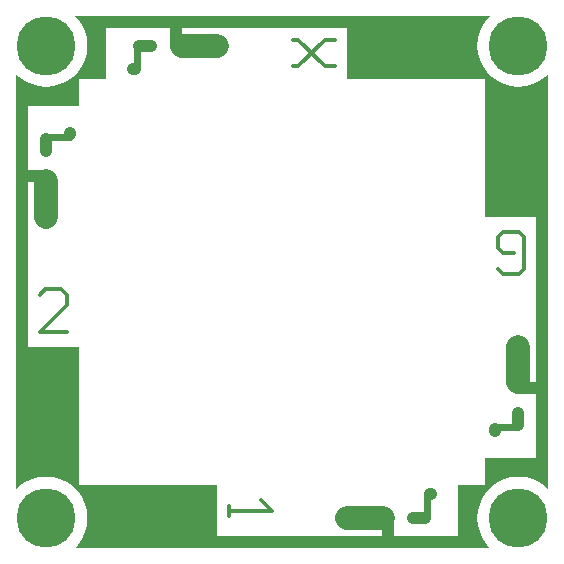
<source format=gbr>
G04 start of page 3 for group 1 idx 1 *
G04 Title: IrasCarrier, solder *
G04 Creator: pcb 1.99x *
G04 CreationDate: Di 16 Sep 2008 10:03:12 GMT UTC *
G04 For: stephan *
G04 Format: Gerber/RS-274X *
G04 PCB-Dimensions: 196850 196850 *
G04 PCB-Coordinate-Origin: lower left *
%MOIN*%
%FSLAX24Y24*%
%LNFRONT*%
%ADD11C,0.0200*%
%ADD12C,0.0394*%
%ADD13C,0.0236*%
%ADD14C,0.0787*%
%ADD15C,0.0141*%
%ADD16C,0.1968*%
%ADD17C,0.1260*%
G54D11*G36*
X2834Y16338D02*Y16647D01*
X2854Y16660D01*
X3024Y16830D01*
X3161Y17027D01*
X3263Y17245D01*
X3325Y17477D01*
X3346Y17716D01*
X3325Y17955D01*
X3263Y18187D01*
X3161Y18405D01*
X3024Y18602D01*
X2925Y18700D01*
X16759D01*
X16660Y18602D01*
X16523Y18405D01*
X16421Y18187D01*
X16359Y17955D01*
X16338Y17716D01*
X16359Y17477D01*
X16421Y17245D01*
X16523Y17027D01*
X16660Y16830D01*
X16830Y16660D01*
X17027Y16523D01*
X17086Y16495D01*
Y16338D01*
X16614D01*
Y16614D01*
X12007D01*
Y18307D01*
X3976D01*
Y16614D01*
X3070D01*
Y16338D01*
X2834D01*
G37*
G36*
X16850Y3346D02*Y3037D01*
X16830Y3024D01*
X16660Y2854D01*
X16523Y2657D01*
X16421Y2439D01*
X16359Y2207D01*
X16338Y1968D01*
X16359Y1729D01*
X16421Y1497D01*
X16523Y1279D01*
X16660Y1082D01*
X16759Y984D01*
X2925D01*
X3024Y1082D01*
X3161Y1279D01*
X3263Y1497D01*
X3325Y1729D01*
X3346Y1968D01*
X3325Y2207D01*
X3263Y2439D01*
X3161Y2657D01*
X3024Y2854D01*
X2854Y3024D01*
X2657Y3161D01*
X2598Y3189D01*
Y3346D01*
X3070D01*
Y3070D01*
X7677D01*
Y1378D01*
X15708D01*
Y3070D01*
X16614D01*
Y3346D01*
X16850D01*
G37*
G36*
X16338Y2834D02*Y3070D01*
X16614D01*
Y3976D01*
X18307D01*
Y12007D01*
X16614D01*
Y16614D01*
X16338D01*
Y17086D01*
X16495D01*
X16523Y17027D01*
X16660Y16830D01*
X16830Y16660D01*
X17027Y16523D01*
X17245Y16421D01*
X17477Y16359D01*
X17716Y16338D01*
X17955Y16359D01*
X18187Y16421D01*
X18405Y16523D01*
X18602Y16660D01*
X18700Y16759D01*
Y2925D01*
X18602Y3024D01*
X18405Y3161D01*
X18187Y3263D01*
X17955Y3325D01*
X17716Y3346D01*
X17477Y3325D01*
X17245Y3263D01*
X17027Y3161D01*
X16830Y3024D01*
X16660Y2854D01*
X16647Y2834D01*
X16338D01*
G37*
G36*
X3346Y16850D02*Y16614D01*
X3070D01*
Y15708D01*
X1378D01*
Y7677D01*
X3070D01*
Y3070D01*
X3346D01*
Y2598D01*
X3189D01*
X3161Y2657D01*
X3024Y2854D01*
X2854Y3024D01*
X2657Y3161D01*
X2439Y3263D01*
X2207Y3325D01*
X1968Y3346D01*
X1729Y3325D01*
X1497Y3263D01*
X1279Y3161D01*
X1082Y3024D01*
X984Y2925D01*
Y16759D01*
X1082Y16660D01*
X1279Y16523D01*
X1497Y16421D01*
X1729Y16359D01*
X1968Y16338D01*
X2207Y16359D01*
X2439Y16421D01*
X2657Y16523D01*
X2854Y16660D01*
X3024Y16830D01*
X3037Y16850D01*
X3346D01*
G37*
G54D14*X6496Y17716D02*X7677D01*
G54D12*X5078D02*X5472D01*
X6299Y18346D02*Y17716D01*
X17716Y5472D02*Y5078D01*
X16929Y4921D02*Y4881D01*
G54D13*X16929Y5000D02*X17716D01*
X14685Y2755D02*Y1968D01*
G54D14*X12007D02*X13188D01*
G54D12*X14212D02*X14606D01*
X14763Y2755D02*X14803D01*
X13385Y1968D02*Y1338D01*
G54D14*X17716Y7677D02*Y6496D01*
G54D12*Y6299D02*X18346D01*
X4921Y16929D02*X4881D01*
G54D13*X5000Y17716D02*Y16929D01*
X1968Y14685D02*X2755D01*
G54D14*X1968Y13188D02*Y12007D01*
G54D12*Y14606D02*Y14212D01*
X2755Y14803D02*Y14763D01*
X1338Y13385D02*X1968D01*
G54D15*X10195Y17027D02*X10372D01*
X11254Y17910D01*
X11607D01*
X11254Y17027D02*X11607D01*
X11254D02*X10372Y17910D01*
X10195D02*X10372D01*
X1771Y9411D02*X1948Y9587D01*
X2477D01*
X2654Y9411D01*
Y9058D01*
X1771Y8175D02*X2654Y9058D01*
X1771Y8175D02*X2654D01*
X8077Y2382D02*Y2029D01*
Y2206D02*X9489D01*
X9136Y2559D02*X9489Y2206D01*
X17207Y10097D02*X17030Y10273D01*
X17207Y10097D02*X17736D01*
X17913Y10273D02*X17736Y10097D01*
X17913Y11332D02*Y10273D01*
Y11332D02*X17736Y11509D01*
X17207D02*X17736D01*
X17207D02*X17030Y11332D01*
Y10979D01*
X17207Y10803D02*X17030Y10979D01*
X17207Y10803D02*X17560D01*
G54D16*X1968Y17716D03*
X17716D03*
X1968Y1968D03*
X17716D03*
G54D17*M02*

</source>
